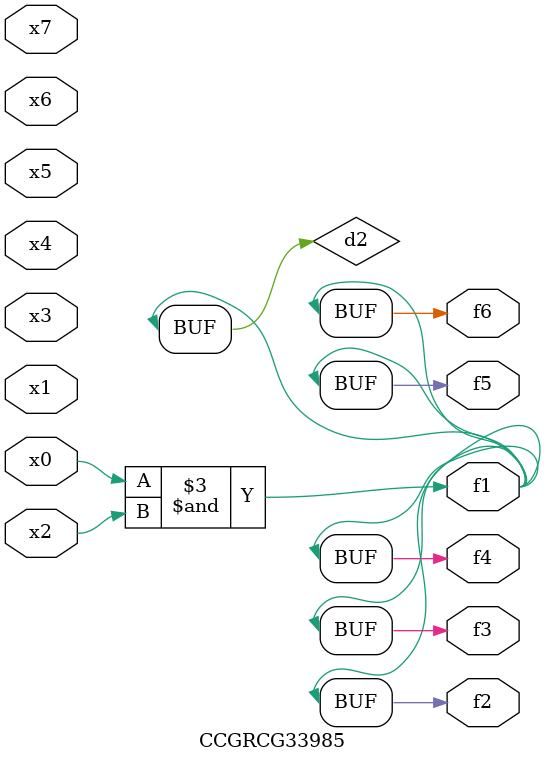
<source format=v>
module CCGRCG33985(
	input x0, x1, x2, x3, x4, x5, x6, x7,
	output f1, f2, f3, f4, f5, f6
);

	wire d1, d2;

	nor (d1, x3, x6);
	and (d2, x0, x2);
	assign f1 = d2;
	assign f2 = d2;
	assign f3 = d2;
	assign f4 = d2;
	assign f5 = d2;
	assign f6 = d2;
endmodule

</source>
